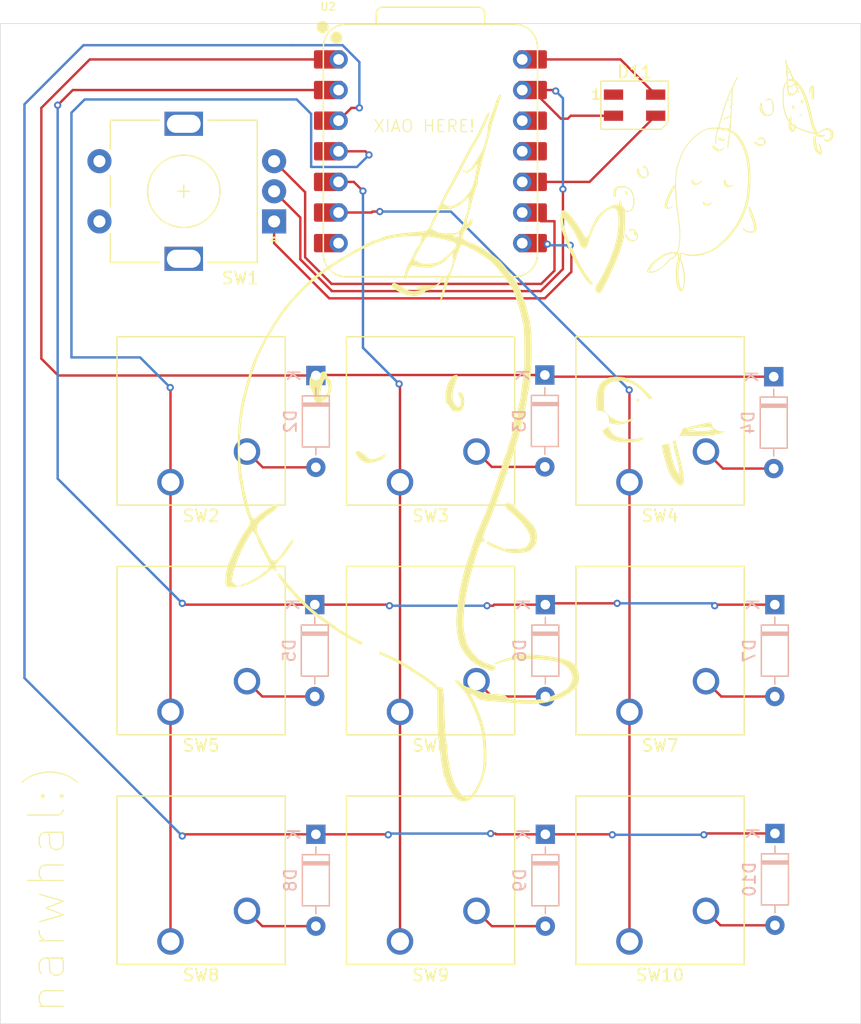
<source format=kicad_pcb>
(kicad_pcb (version 20241229) (generator "pcbnew") (generator_version "9.0")
  (layers (0 "F.Cu" signal) (2 "B.Cu" signal) (13 "F.Paste" user) (15 "B.Paste" user) (5 "F.SilkS" user "F.Silkscreen") (7 "B.SilkS" user "B.Silkscreen") (1 "F.Mask" user) (3 "B.Mask" user) (25 "Edge.Cuts" user))
  (net 0 "")
  (net 1 "+5V")
  (net 2 "GND")
  (net 3 "row1")
  (net 4 "Net-(D2-A)")
  (net 5 "Net-(D3-A)")
  (net 6 "Net-(D4-A)")
  (net 7 "Net-(D5-A)")
  (net 8 "row2")
  (net 9 "Net-(D6-A)")
  (net 10 "Net-(D7-A)")
  (net 11 "row3")
  (net 12 "Net-(D8-A)")
  (net 13 "Net-(D9-A)")
  (net 14 "Net-(D10-A)")
  (net 15 "Net-(U2-GPIO2{slash}SCK)")
  (net 17 "Net-(U2-GPIO1{slash}RX)")
  (net 18 "col1")
  (net 19 "col2")
  (net 21 "col3")
  (net 23 "Net-(D11-DIN)")
  (footprint "Symbol:narwhal_bubbles" (layer "F.Cu") (at 161.4 77.1)
    (property "Reference" "G***" (hide yes))
    (property "Value" "LOGO" (hide yes))
  )
  (footprint "Button_Switch_Keyboard:SW_Cherry_MX_1.00u_PCB" (layer "F.Cu") (at 116.5225 116.99875 180)
    (property "Reference" "SW5" (at -2.54 -2.794 0) (layer "F.SilkS"))
    (property "Value" "SW_Push")
    (pad "" np_thru_hole circle (at -7.62 5.08 180) (size 1.7 1.7) (drill 1.7) (layers "*.Cu" "*.Mask"))
    (pad "" np_thru_hole circle (at -2.54 5.08 180) (size 4 4) (drill 4) (layers "*.Cu" "*.Mask"))
    (pad "" np_thru_hole circle (at 2.54 5.08 180) (size 1.7 1.7) (drill 1.7) (layers "*.Cu" "*.Mask"))
    (pad "1" thru_hole circle (at 0 0 180) (size 2.2 2.2) (drill 1.5) (layers "*.Cu" "*.Mask") (net 18 "col1"))
    (pad "2" thru_hole circle (at -6.35 2.54 180) (size 2.2 2.2) (drill 1.5) (layers "*.Cu" "*.Mask") (net 7 "Net-(D5-A)"))
  )
  (footprint "Button_Switch_Keyboard:SW_Cherry_MX_1.00u_PCB" (layer "F.Cu") (at 154.6225 97.94875 180)
    (property "Reference" "SW4" (at -2.54 -2.794 0) (layer "F.SilkS"))
    (property "Value" "SW_Push")
    (pad "" np_thru_hole circle (at -7.62 5.08 180) (size 1.7 1.7) (drill 1.7) (layers "*.Cu" "*.Mask"))
    (pad "" np_thru_hole circle (at -2.54 5.08 180) (size 4 4) (drill 4) (layers "*.Cu" "*.Mask"))
    (pad "" np_thru_hole circle (at 2.54 5.08 180) (size 1.7 1.7) (drill 1.7) (layers "*.Cu" "*.Mask"))
    (pad "1" thru_hole circle (at 0 0 180) (size 2.2 2.2) (drill 1.5) (layers "*.Cu" "*.Mask") (net 21 "col3"))
    (pad "2" thru_hole circle (at -6.35 2.54 180) (size 2.2 2.2) (drill 1.5) (layers "*.Cu" "*.Mask") (net 6 "Net-(D4-A)"))
  )
  (footprint "Button_Switch_Keyboard:SW_Cherry_MX_1.00u_PCB" (layer "F.Cu") (at 135.5754 117.0011 180)
    (property "Reference" "SW6" (at -2.54 -2.794 0) (layer "F.SilkS"))
    (property "Value" "SW_Push")
    (pad "" np_thru_hole circle (at -7.62 5.08 180) (size 1.7 1.7) (drill 1.7) (layers "*.Cu" "*.Mask"))
    (pad "" np_thru_hole circle (at -2.54 5.08 180) (size 4 4) (drill 4) (layers "*.Cu" "*.Mask"))
    (pad "" np_thru_hole circle (at 2.54 5.08 180) (size 1.7 1.7) (drill 1.7) (layers "*.Cu" "*.Mask"))
    (pad "1" thru_hole circle (at 0 0 180) (size 2.2 2.2) (drill 1.5) (layers "*.Cu" "*.Mask") (net 19 "col2"))
    (pad "2" thru_hole circle (at -6.35 2.54 180) (size 2.2 2.2) (drill 1.5) (layers "*.Cu" "*.Mask") (net 9 "Net-(D6-A)"))
  )
  (footprint "Button_Switch_Keyboard:SW_Cherry_MX_1.00u_PCB" (layer "F.Cu") (at 135.5725 136.04875 180)
    (property "Reference" "SW9" (at -2.54 -2.794 0) (layer "F.SilkS"))
    (property "Value" "SW_Push")
    (pad "" np_thru_hole circle (at -7.62 5.08 180) (size 1.7 1.7) (drill 1.7) (layers "*.Cu" "*.Mask"))
    (pad "" np_thru_hole circle (at -2.54 5.08 180) (size 4 4) (drill 4) (layers "*.Cu" "*.Mask"))
    (pad "" np_thru_hole circle (at 2.54 5.08 180) (size 1.7 1.7) (drill 1.7) (layers "*.Cu" "*.Mask"))
    (pad "1" thru_hole circle (at 0 0 180) (size 2.2 2.2) (drill 1.5) (layers "*.Cu" "*.Mask") (net 19 "col2"))
    (pad "2" thru_hole circle (at -6.35 2.54 180) (size 2.2 2.2) (drill 1.5) (layers "*.Cu" "*.Mask") (net 13 "Net-(D9-A)"))
  )
  (footprint "Button_Switch_Keyboard:SW_Cherry_MX_1.00u_PCB" (layer "F.Cu") (at 154.6258 117.0011 180)
    (property "Reference" "SW7" (at -2.54 -2.794 0) (layer "F.SilkS"))
    (property "Value" "SW_Push")
    (pad "" np_thru_hole circle (at -7.62 5.08 180) (size 1.7 1.7) (drill 1.7) (layers "*.Cu" "*.Mask"))
    (pad "" np_thru_hole circle (at -2.54 5.08 180) (size 4 4) (drill 4) (layers "*.Cu" "*.Mask"))
    (pad "" np_thru_hole circle (at 2.54 5.08 180) (size 1.7 1.7) (drill 1.7) (layers "*.Cu" "*.Mask"))
    (pad "1" thru_hole circle (at 0 0 180) (size 2.2 2.2) (drill 1.5) (layers "*.Cu" "*.Mask") (net 21 "col3"))
    (pad "2" thru_hole circle (at -6.35 2.54 180) (size 2.2 2.2) (drill 1.5) (layers "*.Cu" "*.Mask") (net 10 "Net-(D7-A)"))
  )
  (footprint "Button_Switch_Keyboard:SW_Cherry_MX_1.00u_PCB" (layer "F.Cu") (at 154.6225 136.04875 180)
    (property "Reference" "SW10" (at -2.54 -2.794 0) (layer "F.SilkS"))
    (property "Value" "SW_Push")
    (pad "" np_thru_hole circle (at -7.62 5.08 180) (size 1.7 1.7) (drill 1.7) (layers "*.Cu" "*.Mask"))
    (pad "" np_thru_hole circle (at -2.54 5.08 180) (size 4 4) (drill 4) (layers "*.Cu" "*.Mask"))
    (pad "" np_thru_hole circle (at 2.54 5.08 180) (size 1.7 1.7) (drill 1.7) (layers "*.Cu" "*.Mask"))
    (pad "1" thru_hole circle (at 0 0 180) (size 2.2 2.2) (drill 1.5) (layers "*.Cu" "*.Mask") (net 21 "col3"))
    (pad "2" thru_hole circle (at -6.35 2.54 180) (size 2.2 2.2) (drill 1.5) (layers "*.Cu" "*.Mask") (net 14 "Net-(D10-A)"))
  )
  (footprint "LED_SMD:LED_SK6812MINI_PLCC4_3.5x3.5mm_P1.75mm" (layer "F.Cu") (at 155.05 66.675)
    (property "Reference" "D11" (at 0 -2.75 0) (layer "F.SilkS"))
    (property "Value" "SK6812MINI")
    (fp_text user "1" (at -3.2 -0.875 0) (layer "F.SilkS") (effects (font (size 0.8 0.8))))
    (pad "1" smd rect (at -1.75 -0.875) (size 1.6 0.85) (layers "F.Cu" "F.Mask" "F.Paste"))
    (pad "2" smd rect (at -1.75 0.875) (size 1.6 0.85) (layers "F.Cu" "F.Mask" "F.Paste") (net 2 "GND"))
    (pad "3" smd rect (at 1.75 0.875) (size 1.6 0.85) (layers "F.Cu" "F.Mask" "F.Paste") (net 23 "Net-(D11-DIN)"))
    (pad "4" smd rect (at 1.75 -0.875) (size 1.6 0.85) (layers "F.Cu" "F.Mask" "F.Paste") (net 1 "+5V"))
  )
  (footprint "Rotary_Encoder:RotaryEncoder_Alps_EC11E-Switch_Vertical_H20mm" (layer "F.Cu") (at 125.12435 76.3203 180)
    (property "Reference" "SW1" (at 2.8 -4.7 0) (layer "F.SilkS"))
    (property "Value" "RotaryEncoder")
    (pad "A" thru_hole rect (at 0 0 180) (size 2 2) (drill 1) (layers "*.Cu" "*.Mask") (net 17 "Net-(U2-GPIO1{slash}RX)"))
    (pad "B" thru_hole circle (at 0 5 180) (size 2 2) (drill 1) (layers "*.Cu" "*.Mask") (net 15 "Net-(U2-GPIO2{slash}SCK)"))
    (pad "C" thru_hole circle (at 0 2.5 180) (size 2 2) (drill 1) (layers "*.Cu" "*.Mask") (net 2 "GND"))
    (pad "MP" thru_hole rect (at 7.5 -3.1 180) (size 3.2 2) (drill oval 2.8 1.5) (layers "*.Cu" "*.Mask"))
    (pad "MP" thru_hole rect (at 7.5 8.1 180) (size 3.2 2) (drill oval 2.8 1.5) (layers "*.Cu" "*.Mask"))
    (pad "S1" thru_hole circle (at 14.5 5 180) (size 2 2) (drill 1) (layers "*.Cu" "*.Mask"))
    (pad "S2" thru_hole circle (at 14.5 0 180) (size 2 2) (drill 1) (layers "*.Cu" "*.Mask"))
  )
  (footprint "Button_Switch_Keyboard:SW_Cherry_MX_1.00u_PCB" (layer "F.Cu") (at 135.5725 97.94875 180)
    (property "Reference" "SW3" (at -2.54 -2.794 0) (layer "F.SilkS"))
    (property "Value" "SW_Push")
    (pad "" np_thru_hole circle (at -7.62 5.08 180) (size 1.7 1.7) (drill 1.7) (layers "*.Cu" "*.Mask"))
    (pad "" np_thru_hole circle (at -2.54 5.08 180) (size 4 4) (drill 4) (layers "*.Cu" "*.Mask"))
    (pad "" np_thru_hole circle (at 2.54 5.08 180) (size 1.7 1.7) (drill 1.7) (layers "*.Cu" "*.Mask"))
    (pad "1" thru_hole circle (at 0 0 180) (size 2.2 2.2) (drill 1.5) (layers "*.Cu" "*.Mask") (net 19 "col2"))
    (pad "2" thru_hole circle (at -6.35 2.54 180) (size 2.2 2.2) (drill 1.5) (layers "*.Cu" "*.Mask") (net 5 "Net-(D3-A)"))
  )
  (footprint "OPL:XIAO-RP2040-DIP" (layer "F.Cu") (at 138.1 70.5)
    (property "Reference" "U2" (at -8.5 -12 0) (layer "F.SilkS") (effects (font (size 0.635 0.635) (thickness 0.1016))))
    (property "Value" "XIAO-RP2040-DIP")
    (pad "1" smd roundrect (at -8.455 -7.62 180) (size 2.432 1.524) (layers "F.Cu" "F.Mask") (roundrect_rratio 0.1) (net 3 "row1"))
    (pad "1" thru_hole circle (at -7.62 -7.62 180) (size 1.524 1.524) (drill 0.889) (layers "*.Cu" "*.Mask") (net 3 "row1"))
    (pad "2" smd roundrect (at -8.455 -5.08 180) (size 2.432 1.524) (layers "F.Cu" "F.Mask") (roundrect_rratio 0.1) (net 8 "row2"))
    (pad "2" thru_hole circle (at -7.62 -5.08 180) (size 1.524 1.524) (drill 0.889) (layers "*.Cu" "*.Mask") (net 8 "row2"))
    (pad "3" smd roundrect (at -8.455 -2.54 180) (size 2.432 1.524) (layers "F.Cu" "F.Mask") (roundrect_rratio 0.1) (net 11 "row3"))
    (pad "3" thru_hole circle (at -7.62 -2.54 180) (size 1.524 1.524) (drill 0.889) (layers "*.Cu" "*.Mask") (net 11 "row3"))
    (pad "4" smd roundrect (at -8.455 0 180) (size 2.432 1.524) (layers "F.Cu" "F.Mask") (roundrect_rratio 0.1) (net 18 "col1"))
    (pad "4" thru_hole circle (at -7.62 0 180) (size 1.524 1.524) (drill 0.889) (layers "*.Cu" "*.Mask") (net 18 "col1"))
    (pad "5" smd roundrect (at -8.455 2.54 180) (size 2.432 1.524) (layers "F.Cu" "F.Mask") (roundrect_rratio 0.1) (net 19 "col2"))
    (pad "5" thru_hole circle (at -7.62 2.54 180) (size 1.524 1.524) (drill 0.889) (layers "*.Cu" "*.Mask") (net 19 "col2"))
    (pad "6" smd roundrect (at -8.455 5.08 180) (size 2.432 1.524) (layers "F.Cu" "F.Mask") (roundrect_rratio 0.1) (net 21 "col3"))
    (pad "6" thru_hole circle (at -7.62 5.08 180) (size 1.524 1.524) (drill 0.889) (layers "*.Cu" "*.Mask") (net 21 "col3"))
    (pad "7" smd roundrect (at -8.455 7.62 180) (size 2.432 1.524) (layers "F.Cu" "F.Mask") (roundrect_rratio 0.1))
    (pad "7" thru_hole circle (at -7.62 7.62 180) (size 1.524 1.524) (drill 0.889) (layers "*.Cu" "*.Mask"))
    (pad "8" thru_hole circle (at 7.62 7.62) (size 1.524 1.524) (drill 0.889) (layers "*.Cu" "*.Mask") (net 17 "Net-(U2-GPIO1{slash}RX)"))
    (pad "8" smd roundrect (at 8.455 7.62) (size 2.432 1.524) (layers "F.Cu" "F.Mask") (roundrect_rratio 0.1) (net 17 "Net-(U2-GPIO1{slash}RX)"))
    (pad "9" thru_hole circle (at 7.62 5.08) (size 1.524 1.524) (drill 0.889) (layers "*.Cu" "*.Mask") (net 15 "Net-(U2-GPIO2{slash}SCK)"))
    (pad "9" smd roundrect (at 8.455 5.08) (size 2.432 1.524) (layers "F.Cu" "F.Mask") (roundrect_rratio 0.1) (net 15 "Net-(U2-GPIO2{slash}SCK)"))
    (pad "10" thru_hole circle (at 7.62 2.54) (size 1.524 1.524) (drill 0.889) (layers "*.Cu" "*.Mask") (net 23 "Net-(D11-DIN)"))
    (pad "10" smd roundrect (at 8.455 2.54) (size 2.432 1.524) (layers "F.Cu" "F.Mask") (roundrect_rratio 0.1) (net 23 "Net-(D11-DIN)"))
    (pad "11" thru_hole circle (at 7.62 0) (size 1.524 1.524) (drill 0.889) (layers "*.Cu" "*.Mask"))
    (pad "11" smd roundrect (at 8.455 0) (size 2.432 1.524) (layers "F.Cu" "F.Mask") (roundrect_rratio 0.1))
    (pad "12" thru_hole circle (at 7.62 -2.54) (size 1.524 1.524) (drill 0.889) (layers "*.Cu" "*.Mask"))
    (pad "12" smd roundrect (at 8.455 -2.54) (size 2.432 1.524) (layers "F.Cu" "F.Mask") (roundrect_rratio 0.1))
    (pad "13" thru_hole circle (at 7.62 -5.08) (size 1.524 1.524) (drill 0.889) (layers "*.Cu" "*.Mask") (net 2 "GND"))
    (pad "13" smd roundrect (at 8.455 -5.08) (size 2.432 1.524) (layers "F.Cu" "F.Mask") (roundrect_rratio 0.1) (net 2 "GND"))
    (pad "14" thru_hole circle (at 7.62 -7.62) (size 1.524 1.524) (drill 0.889) (layers "*.Cu" "*.Mask") (net 1 "+5V"))
    (pad "14" smd roundrect (at 8.455 -7.62) (size 2.432 1.524) (layers "F.Cu" "F.Mask") (roundrect_rratio 0.1) (net 1 "+5V"))
  )
  (footprint "Symbol:mini_narwhal" (layer "F.Cu") (at 169.3 66)
    (property "Reference" "G***" (hide yes))
    (property "Value" "LOGO" (hide yes))
  )
  (footprint "Button_Switch_Keyboard:SW_Cherry_MX_1.00u_PCB" (layer "F.Cu") (at 116.5225 97.94875 180)
    (property "Reference" "SW2" (at -2.54 -2.794 0) (layer "F.SilkS"))
    (property "Value" "SW_Push")
    (pad "" np_thru_hole circle (at -7.62 5.08 180) (size 1.7 1.7) (drill 1.7) (layers "*.Cu" "*.Mask"))
    (pad "" np_thru_hole circle (at -2.54 5.08 180) (size 4 4) (drill 4) (layers "*.Cu" "*.Mask"))
    (pad "" np_thru_hole circle (at 2.54 5.08 180) (size 1.7 1.7) (drill 1.7) (layers "*.Cu" "*.Mask"))
    (pad "1" thru_hole circle (at 0 0 180) (size 2.2 2.2) (drill 1.5) (layers "*.Cu" "*.Mask") (net 18 "col1"))
    (pad "2" thru_hole circle (at -6.35 2.54 180) (size 2.2 2.2) (drill 1.5) (layers "*.Cu" "*.Mask") (net 4 "Net-(D2-A)"))
  )
  (footprint "Button_Switch_Keyboard:SW_Cherry_MX_1.00u_PCB" (layer "F.Cu") (at 116.5225 136.04875 180)
    (property "Reference" "SW8" (at -2.54 -2.794 0) (layer "F.SilkS"))
    (property "Value" "SW_Push")
    (pad "" np_thru_hole circle (at -7.62 5.08 180) (size 1.7 1.7) (drill 1.7) (layers "*.Cu" "*.Mask"))
    (pad "" np_thru_hole circle (at -2.54 5.08 180) (size 4 4) (drill 4) (layers "*.Cu" "*.Mask"))
    (pad "" np_thru_hole circle (at 2.54 5.08 180) (size 1.7 1.7) (drill 1.7) (layers "*.Cu" "*.Mask"))
    (pad "1" thru_hole circle (at 0 0 180) (size 2.2 2.2) (drill 1.5) (layers "*.Cu" "*.Mask") (net 18 "col1"))
    (pad "2" thru_hole circle (at -6.35 2.54 180) (size 2.2 2.2) (drill 1.5) (layers "*.Cu" "*.Mask") (net 12 "Net-(D8-A)"))
  )
  (footprint "Symbol:narwhal_fish" (layer "F.Cu") (at 140.780722 90.631597)
    (property "Reference" "G***" (hide yes))
    (property "Value" "LOGO" (hide yes))
  )
  (footprint "Diode_THT:D_DO-35_SOD27_P7.62mm_Horizontal" (layer "B.Cu") (at 128.5902 127.161501 -90)
    (property "Reference" "D8" (at 3.81 2.12 90) (layer "B.SilkS") (effects (justify mirror)))
    (property "Value" "1N4148")
    (fp_text user "K" (at 0 1.8 90) (layer "B.SilkS") (effects (justify mirror)))
    (pad "1" thru_hole rect (at 0 0 270) (size 1.6 1.6) (drill 0.8) (layers "*.Cu" "*.Mask") (net 11 "row3"))
    (pad "2" thru_hole oval (at 7.62 0 270) (size 1.6 1.6) (drill 0.8) (layers "*.Cu" "*.Mask") (net 12 "Net-(D8-A)"))
  )
  (footprint "Diode_THT:D_DO-35_SOD27_P7.62mm_Horizontal" (layer "B.Cu") (at 147.6406 108.111101 -90)
    (property "Reference" "D6" (at 3.81 2.12 90) (layer "B.SilkS") (effects (justify mirror)))
    (property "Value" "1N4148")
    (fp_text user "K" (at 0 1.8 90) (layer "B.SilkS") (effects (justify mirror)))
    (pad "1" thru_hole rect (at 0 0 270) (size 1.6 1.6) (drill 0.8) (layers "*.Cu" "*.Mask") (net 8 "row2"))
    (pad "2" thru_hole oval (at 7.62 0 270) (size 1.6 1.6) (drill 0.8) (layers "*.Cu" "*.Mask") (net 9 "Net-(D6-A)"))
  )
  (footprint "Diode_THT:D_DO-35_SOD27_P7.62mm_Horizontal" (layer "B.Cu") (at 166.6 89.2 -90)
    (property "Reference" "D4" (at 3.81 2.12 90) (layer "B.SilkS") (effects (justify mirror)))
    (property "Value" "1N4148")
    (fp_text user "K" (at 0 1.8 90) (layer "B.SilkS") (effects (justify mirror)))
    (pad "1" thru_hole rect (at 0 0 270) (size 1.6 1.6) (drill 0.8) (layers "*.Cu" "*.Mask") (net 3 "row1"))
    (pad "2" thru_hole oval (at 7.62 0 270) (size 1.6 1.6) (drill 0.8) (layers "*.Cu" "*.Mask") (net 6 "Net-(D4-A)"))
  )
  (footprint "Diode_THT:D_DO-35_SOD27_P7.62mm_Horizontal" (layer "B.Cu") (at 147.6406 127.161501 -90)
    (property "Reference" "D9" (at 3.81 2.12 90) (layer "B.SilkS") (effects (justify mirror)))
    (property "Value" "1N4148")
    (fp_text user "K" (at 0 1.8 90) (layer "B.SilkS") (effects (justify mirror)))
    (pad "1" thru_hole rect (at 0 0 270) (size 1.6 1.6) (drill 0.8) (layers "*.Cu" "*.Mask") (net 11 "row3"))
    (pad "2" thru_hole oval (at 7.62 0 270) (size 1.6 1.6) (drill 0.8) (layers "*.Cu" "*.Mask") (net 13 "Net-(D9-A)"))
  )
  (footprint "Diode_THT:D_DO-35_SOD27_P7.62mm_Horizontal" (layer "B.Cu") (at 166.691 108.111101 -90)
    (property "Reference" "D7" (at 3.81 2.12 90) (layer "B.SilkS") (effects (justify mirror)))
    (property "Value" "1N4148")
    (fp_text user "K" (at 0 1.8 90) (layer "B.SilkS") (effects (justify mirror)))
    (pad "1" thru_hole rect (at 0 0 270) (size 1.6 1.6) (drill 0.8) (layers "*.Cu" "*.Mask") (net 8 "row2"))
    (pad "2" thru_hole oval (at 7.62 0 270) (size 1.6 1.6) (drill 0.8) (layers "*.Cu" "*.Mask") (net 10 "Net-(D7-A)"))
  )
  (footprint "Diode_THT:D_DO-35_SOD27_P7.62mm_Horizontal" (layer "B.Cu") (at 166.7 127.090001 -90)
    (property "Reference" "D10" (at 3.81 2.12 90) (layer "B.SilkS") (effects (justify mirror)))
    (property "Value" "1N4148")
    (fp_text user "K" (at 0 1.8 90) (layer "B.SilkS") (effects (justify mirror)))
    (pad "1" thru_hole rect (at 0 0 270) (size 1.6 1.6) (drill 0.8) (layers "*.Cu" "*.Mask") (net 11 "row3"))
    (pad "2" thru_hole oval (at 7.62 0 270) (size 1.6 1.6) (drill 0.8) (layers "*.Cu" "*.Mask") (net 14 "Net-(D10-A)"))
  )
  (footprint "Diode_THT:D_DO-35_SOD27_P7.62mm_Horizontal" (layer "B.Cu") (at 147.6 89.060701 -90)
    (property "Reference" "D3" (at 3.81 2.12 90) (layer "B.SilkS") (effects (justify mirror)))
    (property "Value" "1N4148")
    (fp_text user "K" (at 0 1.8 90) (layer "B.SilkS") (effects (justify mirror)))
    (pad "1" thru_hole rect (at 0 0 270) (size 1.6 1.6) (drill 0.8) (layers "*.Cu" "*.Mask") (net 3 "row1"))
    (pad "2" thru_hole oval (at 7.62 0 270) (size 1.6 1.6) (drill 0.8) (layers "*.Cu" "*.Mask") (net 5 "Net-(D3-A)"))
  )
  (footprint "Diode_THT:D_DO-35_SOD27_P7.62mm_Horizontal" (layer "B.Cu") (at 128.5902 89.1 -90)
    (property "Reference" "D2" (at 3.81 2.12 90) (layer "B.SilkS") (effects (justify mirror)))
    (property "Value" "1N4148")
    (fp_text user "K" (at 0 1.8 90) (layer "B.SilkS") (effects (justify mirror)))
    (pad "1" thru_hole rect (at 0 0 270) (size 1.6 1.6) (drill 0.8) (layers "*.Cu" "*.Mask") (net 3 "row1"))
    (pad "2" thru_hole oval (at 7.62 0 270) (size 1.6 1.6) (drill 0.8) (layers "*.Cu" "*.Mask") (net 4 "Net-(D2-A)"))
  )
  (footprint "Diode_THT:D_DO-35_SOD27_P7.62mm_Horizontal" (layer "B.Cu") (at 128.5 108.108751 -90)
    (property "Reference" "D5" (at 3.81 2.12 90) (layer "B.SilkS") (effects (justify mirror)))
    (property "Value" "1N4148")
    (fp_text user "K" (at 0 1.8 90) (layer "B.SilkS") (effects (justify mirror)))
    (pad "1" thru_hole rect (at 0 0 270) (size 1.6 1.6) (drill 0.8) (layers "*.Cu" "*.Mask") (net 8 "row2"))
    (pad "2" thru_hole oval (at 7.62 0 270) (size 1.6 1.6) (drill 0.8) (layers "*.Cu" "*.Mask") (net 7 "Net-(D5-A)"))
  )
  (gr_rect (start 102.39375 59.9) (end 173.83125 142.875) (stroke (width 0.05)) (fill no) (layer "Edge.Cuts"))
  (gr_text "narwhal:)" (at 108 142.2 90) (layer "F.SilkS") (effects (font (size 3 3) (thickness 0.1)) (justify left bottom)))
  (gr_text "XIAO HERE!" (at 133.3 69 0) (layer "F.SilkS") (effects (font (size 1 1) (thickness 0.1)) (justify left bottom)))
  (segment (start 145.72 62.88) (end 153.88 62.88) (width 0.2) (layer "F.Cu") (net 1))
  (segment (start 153.88 62.88) (end 156.8 65.8) (width 0.2) (layer "F.Cu") (net 1))
  (segment (start 129.9 82.0671) (end 129.9 82.1) (width 0.2) (layer "F.Cu") (net 2))
  (segment (start 148.42 65.42) (end 145.72 65.42) (width 0.2) (layer "F.Cu") (net 2))
  (segment (start 148.5 65.5) (end 148.42 65.42) (width 0.2) (layer "F.Cu") (net 2))
  (segment (start 125.12435 73.8203) (end 127.299 75.99495) (width 0.2) (layer "F.Cu") (net 2))
  (segment (start 127.299 75.99495) (end 127.299 79.4661) (width 0.2) (layer "F.Cu") (net 2))
  (segment (start 127.299 79.4661) (end 127.41645 79.58355) (width 0.2) (layer "F.Cu") (net 2))
  (segment (start 129.9 82.1) (end 147.2671 82.1) (width 0.2) (layer "F.Cu") (net 2))
  (segment (start 149.75 67.55) (end 153.3 67.55) (width 0.2) (layer "F.Cu") (net 2))
  (segment (start 149.5 67.8) (end 149.75 67.55) (width 0.2) (layer "F.Cu") (net 2))
  (segment (start 127.41645 79.58355) (end 129.9 82.0671) (width 0.2) (layer "F.Cu") (net 2))
  (segment (start 149.1 80.2671) (end 149.1 73.64) (width 0.2) (layer "F.Cu") (net 2))
  (segment (start 147.2671 82.1) (end 149.1 80.2671) (width 0.2) (layer "F.Cu") (net 2))
  (segment (start 145.72 65.42) (end 147.62 65.42) (width 0.2) (layer "F.Cu") (net 2))
  (segment (start 146.555 65.42) (end 148.935 67.8) (width 0.2) (layer "F.Cu") (net 2))
  (segment (start 148.935 67.8) (end 149.5 67.8) (width 0.2) (layer "F.Cu") (net 2))
  (via (at 149.1 73.64) (size 0.6) (drill 0.3) (layers "F.Cu" "B.Cu") (net 2))
  (via (at 148.5 65.5) (size 0.6) (drill 0.3) (layers "F.Cu" "B.Cu") (net 2))
  (segment (start 149.1 73.64) (end 149.1 66.1) (width 0.2) (layer "B.Cu") (net 2))
  (segment (start 149.1 66.1) (end 148.5 65.5) (width 0.2) (layer "B.Cu") (net 2))
  (segment (start 105.8 66.9) (end 109.82 62.88) (width 0.2) (layer "F.Cu") (net 3))
  (segment (start 166.6 89.2) (end 147.739299 89.2) (width 0.2) (layer "F.Cu") (net 3))
  (segment (start 109.82 62.88) (end 130.48 62.88) (width 0.2) (layer "F.Cu") (net 3))
  (segment (start 128.5902 89.1) (end 107.2 89.1) (width 0.2) (layer "F.Cu") (net 3))
  (segment (start 128.629499 89.060701) (end 128.5902 89.1) (width 0.2) (layer "F.Cu") (net 3))
  (segment (start 107.2 89.1) (end 105.8 87.7) (width 0.2) (layer "F.Cu") (net 3))
  (segment (start 105.8 87.7) (end 105.8 66.9) (width 0.2) (layer "F.Cu") (net 3))
  (segment (start 147.739299 89.2) (end 147.6 89.060701) (width 0.2) (layer "F.Cu") (net 3))
  (segment (start 147.6 89.060701) (end 128.629499 89.060701) (width 0.2) (layer "F.Cu") (net 3))
  (segment (start 128.5902 96.72) (end 124.18375 96.72) (width 0.2) (layer "F.Cu") (net 4))
  (segment (start 124.18375 96.72) (end 122.8725 95.40875) (width 0.2) (layer "F.Cu") (net 4))
  (segment (start 147.6 96.680701) (end 143.194451 96.680701) (width 0.2) (layer "F.Cu") (net 5))
  (segment (start 143.194451 96.680701) (end 141.9225 95.40875) (width 0.2) (layer "F.Cu") (net 5))
  (segment (start 162.38375 96.82) (end 160.9725 95.40875) (width 0.2) (layer "F.Cu") (net 6))
  (segment (start 166.6 96.82) (end 162.38375 96.82) (width 0.2) (layer "F.Cu") (net 6))
  (segment (start 128.5 115.728751) (end 124.142501 115.728751) (width 0.2) (layer "F.Cu") (net 7))
  (segment (start 124.142501 115.728751) (end 122.8725 114.45875) (width 0.2) (layer "F.Cu") (net 7))
  (segment (start 117.608751 108.108751) (end 117.5 108) (width 0.2) (layer "F.Cu") (net 8))
  (segment (start 128.5 108.108751) (end 117.608751 108.108751) (width 0.2) (layer "F.Cu") (net 8))
  (segment (start 142.8 108.2) (end 143.3 108.2) (width 0.2) (layer "F.Cu") (net 8))
  (segment (start 128.5 108.108751) (end 134.608751 108.108751) (width 0.2) (layer "F.Cu") (net 8))
  (segment (start 161.7 108.2) (end 161.788899 108.111101) (width 0.2) (layer "F.Cu") (net 8))
  (segment (start 147.6406 108.111101) (end 147.751701 108) (width 0.2) (layer "F.Cu") (net 8))
  (segment (start 161.788899 108.111101) (end 166.691 108.111101) (width 0.2) (layer "F.Cu") (net 8))
  (segment (start 147.751701 108) (end 153.6 108) (width 0.2) (layer "F.Cu") (net 8))
  (segment (start 108.41125 65.42) (end 130.48 65.42) (width 0.2) (layer "F.Cu") (net 8))
  (segment (start 143.3 108.2) (end 143.388899 108.111101) (width 0.2) (layer "F.Cu") (net 8))
  (segment (start 134.608751 108.108751) (end 134.7 108.2) (width 0.2) (layer "F.Cu") (net 8))
  (segment (start 143.388899 108.111101) (end 147.6406 108.111101) (width 0.2) (layer "F.Cu") (net 8))
  (segment (start 107.15625 66.675) (end 108.41125 65.42) (width 0.2) (layer "F.Cu") (net 8))
  (via (at 117.5 108) (size 0.6) (drill 0.3) (layers "F.Cu" "B.Cu") (net 8))
  (via (at 107.15625 66.675) (size 0.6) (drill 0.3) (layers "F.Cu" "B.Cu") (net 8))
  (via (at 161.7 108.2) (size 0.6) (drill 0.3) (layers "F.Cu" "B.Cu") (net 8))
  (via (at 142.8 108.2) (size 0.6) (drill 0.3) (layers "F.Cu" "B.Cu") (net 8))
  (via (at 153.6 108) (size 0.6) (drill 0.3) (layers "F.Cu" "B.Cu") (net 8))
  (via (at 134.7 108.2) (size 0.6) (drill 0.3) (layers "F.Cu" "B.Cu") (net 8))
  (segment (start 107.15625 97.65625) (end 107.15625 66.675) (width 0.2) (layer "B.Cu") (net 8))
  (segment (start 117.5 108) (end 107.15625 97.65625) (width 0.2) (layer "B.Cu") (net 8))
  (segment (start 161.5 108) (end 161.7 108.2) (width 0.2) (layer "B.Cu") (net 8))
  (segment (start 153.6 108) (end 161.5 108) (width 0.2) (layer "B.Cu") (net 8))
  (segment (start 134.7 108.2) (end 142.8 108.2) (width 0.2) (layer "B.Cu") (net 8))
  (segment (start 143.195401 115.731101) (end 141.9254 114.4611) (width 0.2) (layer "F.Cu") (net 9))
  (segment (start 147.6406 115.731101) (end 143.195401 115.731101) (width 0.2) (layer "F.Cu") (net 9))
  (segment (start 166.691 115.731101) (end 162.245801 115.731101) (width 0.2) (layer "F.Cu") (net 10))
  (segment (start 162.245801 115.731101) (end 160.9758 114.4611) (width 0.2) (layer "F.Cu") (net 10))
  (segment (start 143.561501 127.161501) (end 147.6406 127.161501) (width 0.2) (layer "F.Cu") (net 11))
  (segment (start 117.638499 127.161501) (end 117.5 127.3) (width 0.2) (layer "F.Cu") (net 11))
  (segment (start 132.2 66.9) (end 131.54 66.9) (width 0.2) (layer "F.Cu") (net 11))
  (segment (start 160.909999 127.090001) (end 166.7 127.090001) (width 0.2) (layer "F.Cu") (net 11))
  (segment (start 128.5902 127.161501) (end 134.561501 127.161501) (width 0.2) (layer "F.Cu") (net 11))
  (segment (start 153.161501 127.161501) (end 153.2 127.2) (width 0.2) (layer "F.Cu") (net 11))
  (segment (start 134.561501 127.161501) (end 134.6 127.2) (width 0.2) (layer "F.Cu") (net 11))
  (segment (start 143.5 127.1) (end 143.561501 127.161501) (width 0.2) (layer "F.Cu") (net 11))
  (segment (start 131.54 66.9) (end 130.48 67.96) (width 0.2) (layer "F.Cu") (net 11))
  (segment (start 147.6406 127.161501) (end 153.161501 127.161501) (width 0.2) (layer "F.Cu") (net 11))
  (segment (start 143.1 127.1) (end 143.5 127.1) (width 0.2) (layer "F.Cu") (net 11))
  (segment (start 160.8 127.2) (end 160.909999 127.090001) (width 0.2) (layer "F.Cu") (net 11))
  (segment (start 128.5902 127.161501) (end 117.638499 127.161501) (width 0.2) (layer "F.Cu") (net 11))
  (via (at 117.5 127.3) (size 0.6) (drill 0.3) (layers "F.Cu" "B.Cu") (net 11))
  (via (at 160.8 127.2) (size 0.6) (drill 0.3) (layers "F.Cu" "B.Cu") (net 11))
  (via (at 134.6 127.2) (size 0.6) (drill 0.3) (layers "F.Cu" "B.Cu") (net 11))
  (via (at 132.2 66.9) (size 0.6) (drill 0.3) (layers "F.Cu" "B.Cu") (net 11))
  (via (at 143.1 127.1) (size 0.6) (drill 0.3) (layers "F.Cu" "B.Cu") (net 11))
  (via (at 153.2 127.2) (size 0.6) (drill 0.3) (layers "F.Cu" "B.Cu") (net 11))
  (segment (start 153.2 127.2) (end 160.8 127.2) (width 0.2) (layer "B.Cu") (net 11))
  (segment (start 117.5 127.3) (end 104.4 114.2) (width 0.2) (layer "B.Cu") (net 11))
  (segment (start 130.80331 61.7) (end 132.2 63.09669) (width 0.2) (layer "B.Cu") (net 11))
  (segment (start 126.6 61.7) (end 130.80331 61.7) (width 0.2) (layer "B.Cu") (net 11))
  (segment (start 104.4 114.2) (end 104.4 67) (width 0.2) (layer "B.Cu") (net 11))
  (segment (start 132.2 63.09669) (end 132.2 66.9) (width 0.2) (layer "B.Cu") (net 11))
  (segment (start 109.3 61.7) (end 126.6 61.7) (width 0.2) (layer "B.Cu") (net 11))
  (segment (start 104.4 67) (end 104.4 66.6) (width 0.2) (layer "B.Cu") (net 11))
  (segment (start 134.6 127.2) (end 134.7 127.1) (width 0.2) (layer "B.Cu") (net 11))
  (segment (start 134.7 127.1) (end 143.1 127.1) (width 0.2) (layer "B.Cu") (net 11))
  (segment (start 104.4 66.6) (end 109.3 61.7) (width 0.2) (layer "B.Cu") (net 11))
  (segment (start 124.145251 134.781501) (end 122.8725 133.50875) (width 0.2) (layer "F.Cu") (net 12))
  (segment (start 128.5902 134.781501) (end 124.145251 134.781501) (width 0.2) (layer "F.Cu") (net 12))
  (segment (start 143.195251 134.781501) (end 141.9225 133.50875) (width 0.2) (layer "F.Cu") (net 13))
  (segment (start 147.6406 134.781501) (end 143.195251 134.781501) (width 0.2) (layer "F.Cu") (net 13))
  (segment (start 162.173751 134.710001) (end 160.9725 133.50875) (width 0.2) (layer "F.Cu") (net 14))
  (segment (start 166.7 134.710001) (end 162.173751 134.710001) (width 0.2) (layer "F.Cu") (net 14))
  (segment (start 148.4 76.3) (end 147.275 76.3) (width 0.2) (layer "F.Cu") (net 15))
  (segment (start 147.275 76.3) (end 146.555 75.58) (width 0.2) (layer "F.Cu") (net 15))
  (segment (start 127.7 79.3) (end 129.9 81.5) (width 0.2) (layer "F.Cu") (net 15))
  (segment (start 127.7 73.89595) (end 127.7 79.3) (width 0.2) (layer "F.Cu") (net 15))
  (segment (start 147.3 81.5) (end 148.4 80.4) (width 0.2) (layer "F.Cu") (net 15))
  (segment (start 129.9 81.5) (end 147.3 81.5) (width 0.2) (layer "F.Cu") (net 15))
  (segment (start 148.4 80.4) (end 148.4 76.3) (width 0.2) (layer "F.Cu") (net 15))
  (segment (start 125.12435 71.3203) (end 127.7 73.89595) (width 0.2) (layer "F.Cu") (net 15))
  (segment (start 149.8 78.4) (end 149.7 78.3) (width 0.2) (layer "F.Cu") (net 17))
  (segment (start 129.5 82.5) (end 129.7 82.7) (width 0.2) (layer "F.Cu") (net 17))
  (segment (start 125.12435 76.3203) (end 125.12435 78.12435) (width 0.2) (layer "F.Cu") (net 17))
  (segment (start 147.8 78.2) (end 147.72 78.12) (width 0.2) (layer "F.Cu") (net 17))
  (segment (start 147.72 78.12) (end 145.72 78.12) (width 0.2) (layer "F.Cu") (net 17))
  (segment (start 125.12435 78.12435) (end 129.5 82.5) (width 0.2) (layer "F.Cu") (net 17))
  (segment (start 147.6 82.7) (end 149.8 80.5) (width 0.2) (layer "F.Cu") (net 17))
  (segment (start 129.7 82.7) (end 147.5 82.7) (width 0.2) (layer "F.Cu") (net 17))
  (segment (start 147.5 82.7) (end 147.6 82.7) (width 0.2) (layer "F.Cu") (net 17))
  (segment (start 149.8 80.5) (end 149.8 78.4) (width 0.2) (layer "F.Cu") (net 17))
  (via (at 149.7 78.3) (size 0.6) (drill 0.3) (layers "F.Cu" "B.Cu") (net 17))
  (via (at 147.8 78.2) (size 0.6) (drill 0.3) (layers "F.Cu" "B.Cu") (net 17))
  (segment (start 149.7 78.3) (end 147.9 78.3) (width 0.2) (layer "B.Cu") (net 17))
  (segment (start 147.9 78.3) (end 147.8 78.2) (width 0.2) (layer "B.Cu") (net 17))
  (segment (start 116.5225 136.04875) (end 116.5225 116.99875) (width 0.2) (layer "F.Cu") (net 18))
  (segment (start 133 70.8) (end 132.7 70.5) (width 0.2) (layer "F.Cu") (net 18))
  (segment (start 132.7 70.5) (end 130.48 70.5) (width 0.2) (layer "F.Cu") (net 18))
  (segment (start 116.5225 97.94875) (end 116.5225 90.1225) (width 0.2) (layer "F.Cu") (net 18))
  (segment (start 116.5225 90.1225) (end 116.5 90.1) (width 0.2) (layer "F.Cu") (net 18))
  (segment (start 116.5225 116.99875) (end 116.5225 97.94875) (width 0.2) (layer "F.Cu") (net 18))
  (via (at 116.5 90.1) (size 0.6) (drill 0.3) (layers "F.Cu" "B.Cu") (net 18))
  (via (at 133 70.8) (size 0.6) (drill 0.3) (layers "F.Cu" "B.Cu") (net 18))
  (segment (start 127 66.2) (end 128.1 67.3) (width 0.2) (layer "B.Cu") (net 18))
  (segment (start 128.2 67.4) (end 128.2 71.8) (width 0.2) (layer "B.Cu") (net 18))
  (segment (start 109.4 66.2) (end 127 66.2) (width 0.2) (layer "B.Cu") (net 18))
  (segment (start 108.3 67.3) (end 109.4 66.2) (width 0.2) (layer "B.Cu") (net 18))
  (segment (start 132 71.8) (end 133 70.8) (width 0.2) (layer "B.Cu") (net 18))
  (segment (start 114 87.6) (end 108.3 87.6) (width 0.2) (layer "B.Cu") (net 18))
  (segment (start 116.5 90.1) (end 114 87.6) (width 0.2) (layer "B.Cu") (net 18))
  (segment (start 128.2 71.8) (end 132 71.8) (width 0.2) (layer "B.Cu") (net 18))
  (segment (start 108.3 87.6) (end 108.3 67.3) (width 0.2) (layer "B.Cu") (net 18))
  (segment (start 128.1 67.3) (end 128.2 67.4) (width 0.2) (layer "B.Cu") (net 18))
  (segment (start 135.5754 97.95165) (end 135.5725 97.94875) (width 0.2) (layer "F.Cu") (net 19))
  (segment (start 135.5725 89.8725) (end 135.5 89.8) (width 0.2) (layer "F.Cu") (net 19))
  (segment (start 135.5754 136.04585) (end 135.5754 117.0011) (width 0.2) (layer "F.Cu") (net 19))
  (segment (start 135.5725 136.04875) (end 135.5754 136.04585) (width 0.2) (layer "F.Cu") (net 19))
  (segment (start 135.5754 117.0011) (end 135.5754 97.95165) (width 0.2) (layer "F.Cu") (net 19))
  (segment (start 131.74 73.04) (end 130.48 73.04) (width 0.2) (layer "F.Cu") (net 19))
  (segment (start 132.5 73.8) (end 131.74 73.04) (width 0.2) (layer "F.Cu") (net 19))
  (segment (start 135.5725 97.94875) (end 135.5725 89.8725) (width 0.2) (layer "F.Cu") (net 19))
  (via (at 132.5 73.8) (size 0.6) (drill 0.3) (layers "F.Cu" "B.Cu") (net 19))
  (via (at 135.5 89.8) (size 0.6) (drill 0.3) (layers "F.Cu" "B.Cu") (net 19))
  (segment (start 135.5 89.8) (end 132.5 86.8) (width 0.2) (layer "B.Cu") (net 19))
  (segment (start 132.5 86.8) (end 132.5 73.8) (width 0.2) (layer "B.Cu") (net 19))
  (segment (start 154.6258 97.95205) (end 154.6225 97.94875) (width 0.2) (layer "F.Cu") (net 21))
  (segment (start 133.9 75.5) (end 133.3 75.5) (width 0.2) (layer "F.Cu") (net 21))
  (segment (start 154.6225 97.94875) (end 154.6225 90.3225) (width 0.2) (layer "F.Cu") (net 21))
  (segment (start 154.6225 90.3225) (end 154.6 90.3) (width 0.2) (layer "F.Cu") (net 21))
  (segment (start 154.6225 136.04875) (end 154.6225 117.0044) (width 0.2) (layer "F.Cu") (net 21))
  (segment (start 154.6258 117.0011) (end 154.6258 97.95205) (width 0.2) (layer "F.Cu") (net 21))
  (segment (start 133.3 75.5) (end 133.22 75.58) (width 0.2) (layer "F.Cu") (net 21))
  (segment (start 133.22 75.58) (end 130.48 75.58) (width 0.2) (layer "F.Cu") (net 21))
  (segment (start 154.6225 117.0044) (end 154.6258 117.0011) (width 0.2) (layer "F.Cu") (net 21))
  (via (at 133.9 75.5) (size 0.6) (drill 0.3) (layers "F.Cu" "B.Cu") (net 21))
  (via (at 154.6 90.3) (size 0.6) (drill 0.3) (layers "F.Cu" "B.Cu") (net 21))
  (segment (start 154.6 90.3) (end 139.8 75.5) (width 0.2) (layer "B.Cu") (net 21))
  (segment (start 139.8 75.5) (end 133.9 75.5) (width 0.2) (layer "B.Cu") (net 21))
  (segment (start 145.72 73.04) (end 151.31 73.04) (width 0.2) (layer "F.Cu") (net 23))
  (segment (start 151.31 73.04) (end 156.8 67.55) (width 0.2) (layer "F.Cu") (net 23))
)
</source>
